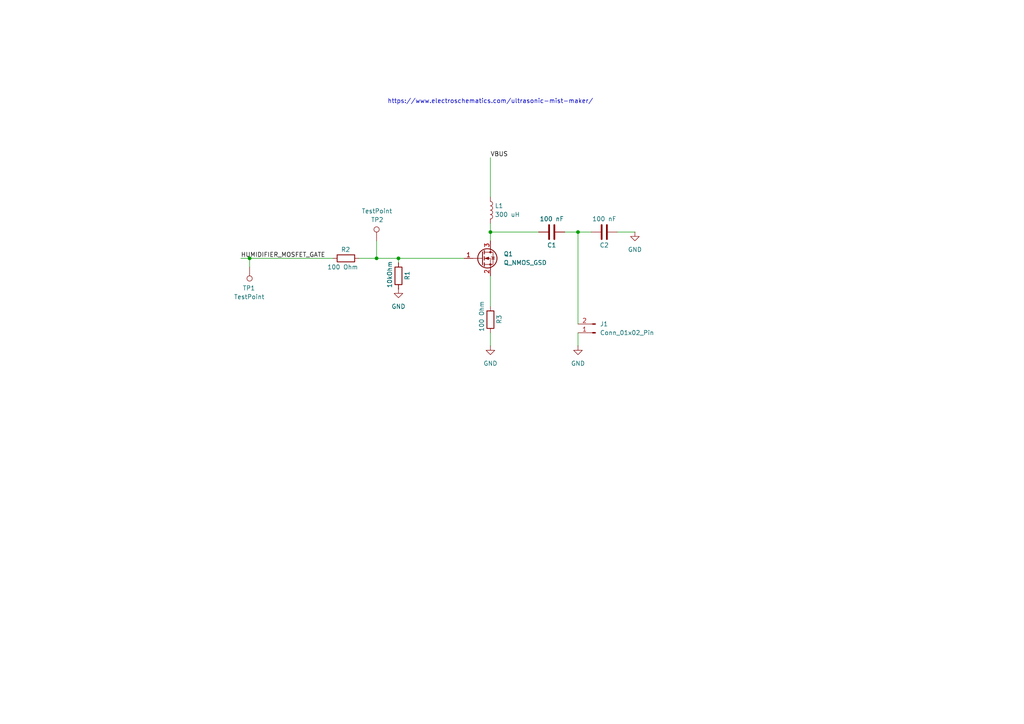
<source format=kicad_sch>
(kicad_sch (version 20231120) (generator "eeschema") (generator_version "8.0")
  (paper "A4")
  (lib_symbols
    (symbol "Connector:Conn_01x02_Pin" (pin_names (offset 1.016) hide)
      (property "Reference" "J" (at 0 2.54 0))
      (property "Value" "Conn_01x02_Pin" (at 0 -5.08 0))
      (symbol "Conn_01x02_Pin_1_1"
        (polyline (pts (xy 1.27 -2.54) (xy 0.8636 -2.54)) (stroke (width 0.1524)))
        (polyline (pts (xy 1.27 0) (xy 0.8636 0)) (stroke (width 0.1524)))
        (rectangle (start 0.8636 -2.413) (end 0 -2.667) (stroke (width 0.1524)) (fill (type outline)))
        (rectangle (start 0.8636 0.127) (end 0 -0.127) (stroke (width 0.1524)) (fill (type outline)))
        (pin passive line (at 5.08 0 180) (length 3.81) (name "Pin_1") (number "1"))
        (pin passive line (at 5.08 -2.54 180) (length 3.81) (name "Pin_2") (number "2"))
      )
    )
    (symbol "Connector:TestPoint" (pin_numbers hide) (pin_names (offset 0.762) hide)
      (property "Reference" "TP" (at 0 6.858 0))
      (property "Value" "TestPoint" (at 0 5.08 0))
      (symbol "TestPoint_0_1"
        (circle (center 0 3.302) (radius 0.762))
      )
      (symbol "TestPoint_1_1"
        (pin passive line (at 0 0 90) (length 2.54) (name "1") (number "1"))
      )
    )
    (symbol "Device:C" (pin_numbers hide) (pin_names (offset 0.254))
      (property "Reference" "C" (at 0.635 2.54 0))
      (property "Value" "C" (at 0.635 -2.54 0))
      (symbol "C_0_1"
        (polyline (pts (xy -2.032 -0.762) (xy 2.032 -0.762)) (stroke (width 0.508)))
        (polyline (pts (xy -2.032 0.762) (xy 2.032 0.762)) (stroke (width 0.508)))
      )
      (symbol "C_1_1"
        (pin passive line (at 0 3.81 270) (length 2.794) (name "~") (number "1"))
        (pin passive line (at 0 -3.81 90) (length 2.794) (name "~") (number "2"))
      )
    )
    (symbol "Device:L" (pin_numbers hide) (pin_names (offset 1.016) hide)
      (property "Reference" "L" (at -1.27 0 90))
      (property "Value" "L" (at 1.905 0 90))
      (symbol "L_0_1"
        (arc (start 0 -2.54) (mid 0.6323 -1.905) (end 0 -1.27))
        (arc (start 0 -1.27) (mid 0.6323 -0.635) (end 0 0))
        (arc (start 0 0) (mid 0.6323 0.635) (end 0 1.27))
        (arc (start 0 1.27) (mid 0.6323 1.905) (end 0 2.54))
      )
      (symbol "L_1_1"
        (pin passive line (at 0 3.81 270) (length 1.27) (name "1") (number "1"))
        (pin passive line (at 0 -3.81 90) (length 1.27) (name "2") (number "2"))
      )
    )
    (symbol "Device:Q_NMOS_GSD" (pin_names (offset 0) hide)
      (property "Reference" "Q" (at 5.08 1.27 0))
      (property "Value" "Q_NMOS_GSD" (at 5.08 -1.27 0))
      (symbol "Q_NMOS_GSD_0_1"
        (polyline (pts (xy 0.254 0) (xy -2.54 0)))
        (polyline (pts (xy 0.254 1.905) (xy 0.254 -1.905)) (stroke (width 0.254)))
        (polyline (pts (xy 0.762 -1.27) (xy 0.762 -2.286)) (stroke (width 0.254)))
        (polyline (pts (xy 0.762 0.508) (xy 0.762 -0.508)) (stroke (width 0.254)))
        (polyline (pts (xy 0.762 2.286) (xy 0.762 1.27)) (stroke (width 0.254)))
        (polyline (pts (xy 2.54 2.54) (xy 2.54 1.778)))
        (polyline (pts (xy 2.54 -2.54) (xy 2.54 0) (xy 0.762 0)))
        (polyline (pts (xy 0.762 -1.778) (xy 3.302 -1.778) (xy 3.302 1.778) (xy 0.762 1.778)))
        (polyline (pts (xy 1.016 0) (xy 2.032 0.381) (xy 2.032 -0.381) (xy 1.016 0)) (fill (type outline)))
        (polyline (pts (xy 2.794 0.508) (xy 2.921 0.381) (xy 3.683 0.381) (xy 3.81 0.254)))
        (polyline (pts (xy 3.302 0.381) (xy 2.921 -0.254) (xy 3.683 -0.254) (xy 3.302 0.381)))
        (circle (center 1.651 0) (radius 2.794) (stroke (width 0.254)))
        (circle (center 2.54 -1.778) (radius 0.254) (fill (type outline)))
        (circle (center 2.54 1.778) (radius 0.254) (fill (type outline)))
      )
      (symbol "Q_NMOS_GSD_1_1"
        (pin input line (at -5.08 0 0) (length 2.54) (name "G") (number "1"))
        (pin passive line (at 2.54 -5.08 90) (length 2.54) (name "S") (number "2"))
        (pin passive line (at 2.54 5.08 270) (length 2.54) (name "D") (number "3"))
      )
    )
    (symbol "Device:R" (pin_numbers hide) (pin_names (offset 0))
      (property "Reference" "R" (at 2.032 0 90))
      (property "Value" "R" (at 0 0 90))
      (symbol "R_0_1"
        (rectangle (start -1.016 -2.54) (end 1.016 2.54) (stroke (width 0.254)))
      )
      (symbol "R_1_1"
        (pin passive line (at 0 3.81 270) (length 1.27) (name "~") (number "1"))
        (pin passive line (at 0 -3.81 90) (length 1.27) (name "~") (number "2"))
      )
    )
    (symbol "power:GND" (power) (pin_numbers hide) (pin_names (offset 0) hide)
      (property "Value" "GND" (at 0 -3.81 0))
      (symbol "GND_0_1"
        (polyline (pts (xy 0 0) (xy 0 -1.27) (xy 1.27 -1.27) (xy 0 -2.54) (xy -1.27 -1.27) (xy 0 -1.27)))
      )
      (symbol "GND_1_1"
        (pin power_in line (at 0 0 270) (length 0) (name "~") (number "1"))
      )
    )
  )
  (junction (at 142.24 67.31))
  (junction (at 109.22 74.93))
  (junction (at 115.57 74.93))
  (junction (at 167.64 67.31))
  (junction (at 72.39 74.93))
  (wire (pts (xy 72.39 74.93) (xy 96.52 74.93)))
  (wire (pts (xy 142.24 80.01) (xy 142.24 88.9)))
  (wire (pts (xy 179.07 67.31) (xy 184.15 67.31)))
  (wire (pts (xy 142.24 67.31) (xy 156.21 67.31)))
  (wire (pts (xy 104.14 74.93) (xy 109.22 74.93)))
  (wire (pts (xy 115.57 74.93) (xy 134.62 74.93)))
  (wire (pts (xy 167.64 67.31) (xy 171.45 67.31)))
  (wire (pts (xy 109.22 69.85) (xy 109.22 74.93)))
  (wire (pts (xy 69.85 74.93) (xy 72.39 74.93)))
  (wire (pts (xy 109.22 74.93) (xy 115.57 74.93)))
  (wire (pts (xy 115.57 76.2) (xy 115.57 74.93)))
  (wire (pts (xy 163.83 67.31) (xy 167.64 67.31)))
  (wire (pts (xy 142.24 45.72) (xy 142.24 57.15)))
  (wire (pts (xy 167.64 67.31) (xy 167.64 93.98)))
  (wire (pts (xy 142.24 67.31) (xy 142.24 69.85)))
  (wire (pts (xy 142.24 100.33) (xy 142.24 96.52)))
  (wire (pts (xy 72.39 77.47) (xy 72.39 74.93)))
  (wire (pts (xy 142.24 64.77) (xy 142.24 67.31)))
  (wire (pts (xy 167.64 100.33) (xy 167.64 96.52)))
  (text "https://www.electroschematics.com/ultrasonic-mist-maker/" (at 142.24 29.464 0) (effects (font (size 1.27 1.27))))
  (label "VBUS" (at 142.24 45.72 0))
  (label "HUMIDIFIER_MOSFET_GATE" (at 69.85 74.93 0))
  (symbol (lib_id "Device:Q_NMOS_GSD") (at 139.7 74.93 0) (unit 1)
    (property "Reference" "Q1" (at 146.05 73.6599 0) (effects (justify left)))
    (property "Value" "Q_NMOS_GSD" (at 146.05 76.1999 0) (effects (justify left)))
    (property "Footprint" "Package_TO_SOT_SMD:SOT-23" (effects (hide yes)))
    (property "Description" "N-MOSFET transistor, gate/source/drain" (effects (hide yes)))
  )
  (symbol (lib_id "power:GND") (at 142.24 100.33 0) (unit 1)
    (property "Reference" "#PWR04" (effects (hide yes)))
    (property "Value" "GND" (at 142.24 105.41 0))
    (property "Description" "Power symbol creates a global label with name \"GND\" , ground" (effects (hide yes)))
  )
  (symbol (lib_id "Device:R") (at 100.33 74.93 90) (unit 1)
    (property "Reference" "R2" (at 101.6 72.39 90) (effects (justify left)))
    (property "Value" "100 Ohm" (at 103.886 77.47 90) (effects (justify left)))
    (property "Footprint" "Resistor_SMD:R_0603_1608Metric" (effects (hide yes)))
    (property "Description" "Resistor" (effects (hide yes)))
  )
  (symbol (lib_id "Device:L") (at 142.24 60.96 0) (unit 1)
    (property "Reference" "L1" (at 143.51 59.6899 0) (effects (justify left)))
    (property "Value" "300 uH" (at 143.51 62.2299 0) (effects (justify left)))
    (property "Footprint" "Inductor_SMD:L_0603_1608Metric" (effects (hide yes)))
    (property "Description" "Inductor" (effects (hide yes)))
  )
  (symbol (lib_id "power:GND") (at 184.15 67.31 0) (unit 1)
    (property "Reference" "#PWR03" (effects (hide yes)))
    (property "Value" "GND" (at 184.15 72.39 0))
    (property "Description" "Power symbol creates a global label with name \"GND\" , ground" (effects (hide yes)))
  )
  (symbol (lib_id "Device:R") (at 142.24 92.71 0) (unit 1)
    (property "Reference" "R3" (at 144.78 93.98 90) (effects (justify left)))
    (property "Value" "100 Ohm" (at 139.7 96.266 90) (effects (justify left)))
    (property "Footprint" "Resistor_SMD:R_0603_1608Metric" (effects (hide yes)))
    (property "Description" "Resistor" (effects (hide yes)))
  )
  (symbol (lib_id "power:GND") (at 115.57 83.82 0) (unit 1)
    (property "Reference" "#PWR02" (effects (hide yes)))
    (property "Value" "GND" (at 115.57 88.9 0))
    (property "Description" "Power symbol creates a global label with name \"GND\" , ground" (effects (hide yes)))
  )
  (symbol (lib_id "Device:R") (at 115.57 80.01 0) (unit 1)
    (property "Reference" "R1" (at 118.11 81.28 90) (effects (justify left)))
    (property "Value" "10kOhm" (at 113.03 83.566 90) (effects (justify left)))
    (property "Footprint" "Resistor_SMD:R_0603_1608Metric" (effects (hide yes)))
    (property "Description" "Resistor" (effects (hide yes)))
  )
  (symbol (lib_id "power:GND") (at 167.64 100.33 0) (unit 1)
    (property "Reference" "#PWR01" (effects (hide yes)))
    (property "Value" "GND" (at 167.64 105.41 0))
    (property "Description" "Power symbol creates a global label with name \"GND\" , ground" (effects (hide yes)))
  )
  (symbol (lib_id "Device:C") (at 160.02 67.31 90) (unit 1)
    (property "Reference" "C1" (at 160.02 71.12 90))
    (property "Value" "100 nF" (at 160.02 63.5 90))
    (property "Footprint" "Capacitor_SMD:C_0603_1608Metric" (effects (hide yes)))
    (property "Description" "Unpolarized capacitor" (effects (hide yes)))
  )
  (symbol (lib_id "Connector:Conn_01x02_Pin") (at 172.72 96.52 180) (unit 1)
    (property "Reference" "J1" (at 173.99 93.9799 0) (effects (justify right)))
    (property "Value" "Conn_01x02_Pin" (at 173.99 96.5199 0) (effects (justify right)))
    (property "Description" "Generic connector, single row, 01x02, script generated" (effects (hide yes)))
  )
  (symbol (lib_id "Connector:TestPoint") (at 109.22 69.85 0) (unit 1)
    (property "Reference" "TP2" (at 111.252 63.754 0) (effects (justify right)))
    (property "Value" "TestPoint" (at 113.792 61.214 0) (effects (justify right)))
    (property "Footprint" "E7020E:TestPoint_THTPad_1.5x1.5mm_Drill0.8mm" (effects (hide yes)))
    (property "Description" "test point" (effects (hide yes)))
  )
  (symbol (lib_id "Connector:TestPoint") (at 72.39 77.47 180) (unit 1)
    (property "Reference" "TP1" (at 70.358 83.566 0) (effects (justify right)))
    (property "Value" "TestPoint" (at 67.818 86.106 0) (effects (justify right)))
    (property "Footprint" "E7020E:TestPoint_THTPad_1.5x1.5mm_Drill0.8mm" (effects (hide yes)))
    (property "Description" "test point" (effects (hide yes)))
  )
  (symbol (lib_id "Device:C") (at 175.26 67.31 90) (unit 1)
    (property "Reference" "C2" (at 175.26 71.12 90))
    (property "Value" "100 nF" (at 175.26 63.5 90))
    (property "Footprint" "Capacitor_SMD:C_0603_1608Metric" (effects (hide yes)))
    (property "Description" "Unpolarized capacitor" (effects (hide yes)))
  )
)
</source>
